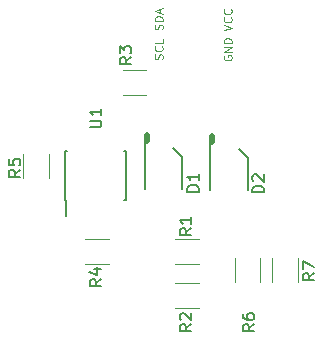
<source format=gto>
G04 #@! TF.FileFunction,Legend,Top*
%FSLAX46Y46*%
G04 Gerber Fmt 4.6, Leading zero omitted, Abs format (unit mm)*
G04 Created by KiCad (PCBNEW 4.0.7) date Thursday, July 26, 2018 'PMt' 01:10:45 PM*
%MOMM*%
%LPD*%
G01*
G04 APERTURE LIST*
%ADD10C,0.100000*%
%ADD11C,0.150000*%
%ADD12C,0.120000*%
%ADD13C,0.500000*%
G04 APERTURE END LIST*
D10*
D11*
X84801000Y-96055000D02*
X84851000Y-96055000D01*
X84801000Y-91905000D02*
X84946000Y-91905000D01*
X89951000Y-91905000D02*
X89806000Y-91905000D01*
X89951000Y-96055000D02*
X89806000Y-96055000D01*
X84801000Y-96055000D02*
X84801000Y-91905000D01*
X89951000Y-96055000D02*
X89951000Y-91905000D01*
X84851000Y-96055000D02*
X84851000Y-97455000D01*
D12*
X89678000Y-85036000D02*
X91678000Y-85036000D01*
X91678000Y-87176000D02*
X89678000Y-87176000D01*
X94123000Y-103070000D02*
X96123000Y-103070000D01*
X96123000Y-105210000D02*
X94123000Y-105210000D01*
X96123000Y-101527000D02*
X94123000Y-101527000D01*
X94123000Y-99387000D02*
X96123000Y-99387000D01*
X86503000Y-99387000D02*
X88503000Y-99387000D01*
X88503000Y-101527000D02*
X86503000Y-101527000D01*
X81276800Y-94218000D02*
X81276800Y-92218000D01*
X83416800Y-92218000D02*
X83416800Y-94218000D01*
X99183800Y-102981000D02*
X99183800Y-100981000D01*
X101323800Y-100981000D02*
X101323800Y-102981000D01*
X102358800Y-102981000D02*
X102358800Y-100981000D01*
X104498800Y-100981000D02*
X104498800Y-102981000D01*
D11*
X94744540Y-95110300D02*
X94744540Y-92443300D01*
X94744540Y-92443300D02*
X93982540Y-91681300D01*
D13*
X91760040Y-91109800D02*
X91760040Y-90601800D01*
D11*
X91569540Y-91109800D02*
X91569540Y-95110300D01*
X100266500Y-95186500D02*
X100266500Y-92519500D01*
X100266500Y-92519500D02*
X99504500Y-91757500D01*
D13*
X97282000Y-91186000D02*
X97282000Y-90678000D01*
D11*
X97091500Y-91186000D02*
X97091500Y-95186500D01*
X86879181Y-89915905D02*
X87688705Y-89915905D01*
X87783943Y-89868286D01*
X87831562Y-89820667D01*
X87879181Y-89725429D01*
X87879181Y-89534952D01*
X87831562Y-89439714D01*
X87783943Y-89392095D01*
X87688705Y-89344476D01*
X86879181Y-89344476D01*
X87879181Y-88344476D02*
X87879181Y-88915905D01*
X87879181Y-88630191D02*
X86879181Y-88630191D01*
X87022038Y-88725429D01*
X87117276Y-88820667D01*
X87164895Y-88915905D01*
X90419181Y-83986666D02*
X89942990Y-84320000D01*
X90419181Y-84558095D02*
X89419181Y-84558095D01*
X89419181Y-84177142D01*
X89466800Y-84081904D01*
X89514419Y-84034285D01*
X89609657Y-83986666D01*
X89752514Y-83986666D01*
X89847752Y-84034285D01*
X89895371Y-84081904D01*
X89942990Y-84177142D01*
X89942990Y-84558095D01*
X89419181Y-83653333D02*
X89419181Y-83034285D01*
X89800133Y-83367619D01*
X89800133Y-83224761D01*
X89847752Y-83129523D01*
X89895371Y-83081904D01*
X89990610Y-83034285D01*
X90228705Y-83034285D01*
X90323943Y-83081904D01*
X90371562Y-83129523D01*
X90419181Y-83224761D01*
X90419181Y-83510476D01*
X90371562Y-83605714D01*
X90323943Y-83653333D01*
X95499181Y-106592666D02*
X95022990Y-106926000D01*
X95499181Y-107164095D02*
X94499181Y-107164095D01*
X94499181Y-106783142D01*
X94546800Y-106687904D01*
X94594419Y-106640285D01*
X94689657Y-106592666D01*
X94832514Y-106592666D01*
X94927752Y-106640285D01*
X94975371Y-106687904D01*
X95022990Y-106783142D01*
X95022990Y-107164095D01*
X94594419Y-106211714D02*
X94546800Y-106164095D01*
X94499181Y-106068857D01*
X94499181Y-105830761D01*
X94546800Y-105735523D01*
X94594419Y-105687904D01*
X94689657Y-105640285D01*
X94784895Y-105640285D01*
X94927752Y-105687904D01*
X95499181Y-106259333D01*
X95499181Y-105640285D01*
X95499181Y-98464666D02*
X95022990Y-98798000D01*
X95499181Y-99036095D02*
X94499181Y-99036095D01*
X94499181Y-98655142D01*
X94546800Y-98559904D01*
X94594419Y-98512285D01*
X94689657Y-98464666D01*
X94832514Y-98464666D01*
X94927752Y-98512285D01*
X94975371Y-98559904D01*
X95022990Y-98655142D01*
X95022990Y-99036095D01*
X95499181Y-97512285D02*
X95499181Y-98083714D01*
X95499181Y-97798000D02*
X94499181Y-97798000D01*
X94642038Y-97893238D01*
X94737276Y-97988476D01*
X94784895Y-98083714D01*
X87879181Y-102782666D02*
X87402990Y-103116000D01*
X87879181Y-103354095D02*
X86879181Y-103354095D01*
X86879181Y-102973142D01*
X86926800Y-102877904D01*
X86974419Y-102830285D01*
X87069657Y-102782666D01*
X87212514Y-102782666D01*
X87307752Y-102830285D01*
X87355371Y-102877904D01*
X87402990Y-102973142D01*
X87402990Y-103354095D01*
X87212514Y-101925523D02*
X87879181Y-101925523D01*
X86831562Y-102163619D02*
X87545848Y-102401714D01*
X87545848Y-101782666D01*
X81021181Y-93511666D02*
X80544990Y-93845000D01*
X81021181Y-94083095D02*
X80021181Y-94083095D01*
X80021181Y-93702142D01*
X80068800Y-93606904D01*
X80116419Y-93559285D01*
X80211657Y-93511666D01*
X80354514Y-93511666D01*
X80449752Y-93559285D01*
X80497371Y-93606904D01*
X80544990Y-93702142D01*
X80544990Y-94083095D01*
X80021181Y-92606904D02*
X80021181Y-93083095D01*
X80497371Y-93130714D01*
X80449752Y-93083095D01*
X80402133Y-92987857D01*
X80402133Y-92749761D01*
X80449752Y-92654523D01*
X80497371Y-92606904D01*
X80592610Y-92559285D01*
X80830705Y-92559285D01*
X80925943Y-92606904D01*
X80973562Y-92654523D01*
X81021181Y-92749761D01*
X81021181Y-92987857D01*
X80973562Y-93083095D01*
X80925943Y-93130714D01*
X100833181Y-106592666D02*
X100356990Y-106926000D01*
X100833181Y-107164095D02*
X99833181Y-107164095D01*
X99833181Y-106783142D01*
X99880800Y-106687904D01*
X99928419Y-106640285D01*
X100023657Y-106592666D01*
X100166514Y-106592666D01*
X100261752Y-106640285D01*
X100309371Y-106687904D01*
X100356990Y-106783142D01*
X100356990Y-107164095D01*
X99833181Y-105735523D02*
X99833181Y-105926000D01*
X99880800Y-106021238D01*
X99928419Y-106068857D01*
X100071276Y-106164095D01*
X100261752Y-106211714D01*
X100642705Y-106211714D01*
X100737943Y-106164095D01*
X100785562Y-106116476D01*
X100833181Y-106021238D01*
X100833181Y-105830761D01*
X100785562Y-105735523D01*
X100737943Y-105687904D01*
X100642705Y-105640285D01*
X100404610Y-105640285D01*
X100309371Y-105687904D01*
X100261752Y-105735523D01*
X100214133Y-105830761D01*
X100214133Y-106021238D01*
X100261752Y-106116476D01*
X100309371Y-106164095D01*
X100404610Y-106211714D01*
X105913181Y-102274666D02*
X105436990Y-102608000D01*
X105913181Y-102846095D02*
X104913181Y-102846095D01*
X104913181Y-102465142D01*
X104960800Y-102369904D01*
X105008419Y-102322285D01*
X105103657Y-102274666D01*
X105246514Y-102274666D01*
X105341752Y-102322285D01*
X105389371Y-102369904D01*
X105436990Y-102465142D01*
X105436990Y-102846095D01*
X104913181Y-101941333D02*
X104913181Y-101274666D01*
X105913181Y-101703238D01*
D10*
X93044133Y-81622000D02*
X93077467Y-81522000D01*
X93077467Y-81355333D01*
X93044133Y-81288666D01*
X93010800Y-81255333D01*
X92944133Y-81222000D01*
X92877467Y-81222000D01*
X92810800Y-81255333D01*
X92777467Y-81288666D01*
X92744133Y-81355333D01*
X92710800Y-81488666D01*
X92677467Y-81555333D01*
X92644133Y-81588666D01*
X92577467Y-81622000D01*
X92510800Y-81622000D01*
X92444133Y-81588666D01*
X92410800Y-81555333D01*
X92377467Y-81488666D01*
X92377467Y-81322000D01*
X92410800Y-81222000D01*
X93077467Y-80921999D02*
X92377467Y-80921999D01*
X92377467Y-80755333D01*
X92410800Y-80655333D01*
X92477467Y-80588666D01*
X92544133Y-80555333D01*
X92677467Y-80521999D01*
X92777467Y-80521999D01*
X92910800Y-80555333D01*
X92977467Y-80588666D01*
X93044133Y-80655333D01*
X93077467Y-80755333D01*
X93077467Y-80921999D01*
X92877467Y-80255333D02*
X92877467Y-79921999D01*
X93077467Y-80321999D02*
X92377467Y-80088666D01*
X93077467Y-79855333D01*
X93044133Y-84145334D02*
X93077467Y-84045334D01*
X93077467Y-83878667D01*
X93044133Y-83812000D01*
X93010800Y-83778667D01*
X92944133Y-83745334D01*
X92877467Y-83745334D01*
X92810800Y-83778667D01*
X92777467Y-83812000D01*
X92744133Y-83878667D01*
X92710800Y-84012000D01*
X92677467Y-84078667D01*
X92644133Y-84112000D01*
X92577467Y-84145334D01*
X92510800Y-84145334D01*
X92444133Y-84112000D01*
X92410800Y-84078667D01*
X92377467Y-84012000D01*
X92377467Y-83845334D01*
X92410800Y-83745334D01*
X93010800Y-83045333D02*
X93044133Y-83078667D01*
X93077467Y-83178667D01*
X93077467Y-83245333D01*
X93044133Y-83345333D01*
X92977467Y-83412000D01*
X92910800Y-83445333D01*
X92777467Y-83478667D01*
X92677467Y-83478667D01*
X92544133Y-83445333D01*
X92477467Y-83412000D01*
X92410800Y-83345333D01*
X92377467Y-83245333D01*
X92377467Y-83178667D01*
X92410800Y-83078667D01*
X92444133Y-83045333D01*
X93077467Y-82412000D02*
X93077467Y-82745333D01*
X92377467Y-82745333D01*
X98252800Y-83845333D02*
X98219467Y-83911999D01*
X98219467Y-84011999D01*
X98252800Y-84111999D01*
X98319467Y-84178666D01*
X98386133Y-84211999D01*
X98519467Y-84245333D01*
X98619467Y-84245333D01*
X98752800Y-84211999D01*
X98819467Y-84178666D01*
X98886133Y-84111999D01*
X98919467Y-84011999D01*
X98919467Y-83945333D01*
X98886133Y-83845333D01*
X98852800Y-83811999D01*
X98619467Y-83811999D01*
X98619467Y-83945333D01*
X98919467Y-83511999D02*
X98219467Y-83511999D01*
X98919467Y-83111999D01*
X98219467Y-83111999D01*
X98919467Y-82778666D02*
X98219467Y-82778666D01*
X98219467Y-82612000D01*
X98252800Y-82512000D01*
X98319467Y-82445333D01*
X98386133Y-82412000D01*
X98519467Y-82378666D01*
X98619467Y-82378666D01*
X98752800Y-82412000D01*
X98819467Y-82445333D01*
X98886133Y-82512000D01*
X98919467Y-82612000D01*
X98919467Y-82778666D01*
X98219467Y-81705333D02*
X98919467Y-81472000D01*
X98219467Y-81238667D01*
X98852800Y-80605333D02*
X98886133Y-80638667D01*
X98919467Y-80738667D01*
X98919467Y-80805333D01*
X98886133Y-80905333D01*
X98819467Y-80972000D01*
X98752800Y-81005333D01*
X98619467Y-81038667D01*
X98519467Y-81038667D01*
X98386133Y-81005333D01*
X98319467Y-80972000D01*
X98252800Y-80905333D01*
X98219467Y-80805333D01*
X98219467Y-80738667D01*
X98252800Y-80638667D01*
X98286133Y-80605333D01*
X98852800Y-79905333D02*
X98886133Y-79938667D01*
X98919467Y-80038667D01*
X98919467Y-80105333D01*
X98886133Y-80205333D01*
X98819467Y-80272000D01*
X98752800Y-80305333D01*
X98619467Y-80338667D01*
X98519467Y-80338667D01*
X98386133Y-80305333D01*
X98319467Y-80272000D01*
X98252800Y-80205333D01*
X98219467Y-80105333D01*
X98219467Y-80038667D01*
X98252800Y-79938667D01*
X98286133Y-79905333D01*
D11*
X96134181Y-95353095D02*
X95134181Y-95353095D01*
X95134181Y-95115000D01*
X95181800Y-94972142D01*
X95277038Y-94876904D01*
X95372276Y-94829285D01*
X95562752Y-94781666D01*
X95705610Y-94781666D01*
X95896086Y-94829285D01*
X95991324Y-94876904D01*
X96086562Y-94972142D01*
X96134181Y-95115000D01*
X96134181Y-95353095D01*
X96134181Y-93829285D02*
X96134181Y-94400714D01*
X96134181Y-94115000D02*
X95134181Y-94115000D01*
X95277038Y-94210238D01*
X95372276Y-94305476D01*
X95419895Y-94400714D01*
X101656141Y-95429295D02*
X100656141Y-95429295D01*
X100656141Y-95191200D01*
X100703760Y-95048342D01*
X100798998Y-94953104D01*
X100894236Y-94905485D01*
X101084712Y-94857866D01*
X101227570Y-94857866D01*
X101418046Y-94905485D01*
X101513284Y-94953104D01*
X101608522Y-95048342D01*
X101656141Y-95191200D01*
X101656141Y-95429295D01*
X100751379Y-94476914D02*
X100703760Y-94429295D01*
X100656141Y-94334057D01*
X100656141Y-94095961D01*
X100703760Y-94000723D01*
X100751379Y-93953104D01*
X100846617Y-93905485D01*
X100941855Y-93905485D01*
X101084712Y-93953104D01*
X101656141Y-94524533D01*
X101656141Y-93905485D01*
M02*

</source>
